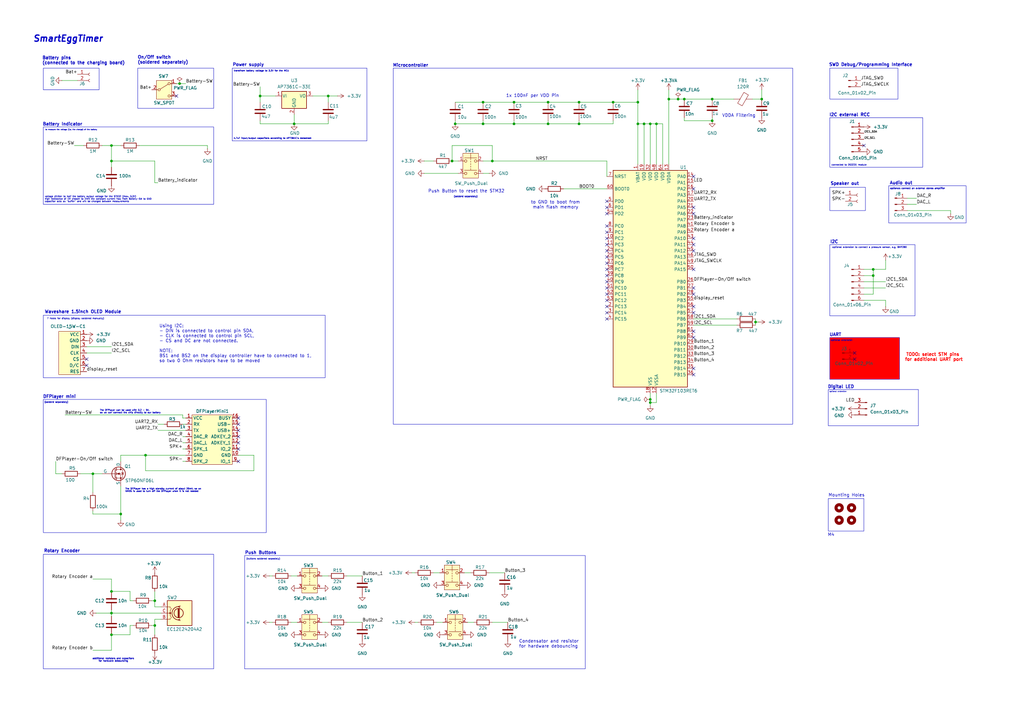
<source format=kicad_sch>
(kicad_sch (version 20231120) (generator "eeschema") (generator_version "8.0")
  (paper "A3")
  (title_block (title "SmartEggTimer") (date "2024-08-09") (rev "v1") (comment 1 "For ESHO_1"))
  (junction (at 201.93 66.04))
  (junction (at 186.69 50.8))
  (junction (at 210.82 50.8))
  (junction (at 266.7 50.8))
  (junction (at 278.13 40.64))
  (junction (at 63.5 256.54))
  (junction (at 63.5 246.38))
  (junction (at 292.1 49.53))
  (junction (at 269.24 50.8))
  (junction (at 45.72 251.46))
  (junction (at 312.42 40.64))
  (junction (at 358.14 110.49))
  (junction (at 224.79 50.8))
  (junction (at 261.62 41.91))
  (junction (at 358.14 113.03))
  (junction (at 237.49 50.8))
  (junction (at 134.62 39.37))
  (junction (at 120.65 50.8))
  (junction (at 261.62 50.8))
  (junction (at 73.66 34.29))
  (junction (at 45.72 59.69))
  (junction (at 237.49 41.91))
  (junction (at 280.67 40.64))
  (junction (at 38.1 194.31))
  (junction (at 309.88 132.08))
  (junction (at 45.72 260.35))
  (junction (at 198.12 50.8))
  (junction (at 185.42 66.04))
  (junction (at 45.72 242.57))
  (junction (at 106.68 39.37))
  (junction (at 45.72 66.04))
  (junction (at 266.7 163.83))
  (junction (at 49.53 210.82))
  (junction (at 251.46 41.91))
  (junction (at 59.69 186.69))
  (junction (at 292.1 40.64))
  (junction (at 266.7 165.1))
  (junction (at 264.16 50.8))
  (junction (at 274.32 40.64))
  (junction (at 198.12 41.91))
  (junction (at 210.82 41.91))
  (junction (at 224.79 41.91))
  (no_connect (at 248.92 107.95))
  (no_connect (at 248.92 95.25))
  (no_connect (at 97.79 184.15))
  (no_connect (at 350.52 144.78))
  (no_connect (at 248.92 118.11))
  (no_connect (at 97.79 181.61))
  (no_connect (at 248.92 115.57))
  (no_connect (at 35.56 147.32))
  (no_connect (at 97.79 171.45))
  (no_connect (at 284.48 153.67))
  (no_connect (at 248.92 85.09))
  (no_connect (at 284.48 102.87))
  (no_connect (at 97.79 176.53))
  (no_connect (at 248.92 110.49))
  (no_connect (at 97.79 189.23))
  (no_connect (at 248.92 105.41))
  (no_connect (at 248.92 102.87))
  (no_connect (at 248.92 128.27))
  (no_connect (at 284.48 97.79))
  (no_connect (at 248.92 120.65))
  (no_connect (at 97.79 173.99))
  (no_connect (at 35.56 149.86))
  (no_connect (at 284.48 135.89))
  (no_connect (at 284.48 151.13))
  (no_connect (at 284.48 87.63))
  (no_connect (at 248.92 123.19))
  (no_connect (at 284.48 128.27))
  (no_connect (at 354.33 59.69))
  (no_connect (at 284.48 72.39))
  (no_connect (at 284.48 100.33))
  (no_connect (at 248.92 87.63))
  (no_connect (at 350.52 147.32))
  (no_connect (at 248.92 130.81))
  (no_connect (at 72.39 39.37))
  (no_connect (at 284.48 77.47))
  (no_connect (at 284.48 85.09))
  (no_connect (at 284.48 138.43))
  (no_connect (at 248.92 82.55))
  (no_connect (at 248.92 113.03))
  (no_connect (at 248.92 92.71))
  (no_connect (at 248.92 97.79))
  (no_connect (at 284.48 118.11))
  (no_connect (at 97.79 179.07))
  (no_connect (at 248.92 125.73))
  (no_connect (at 284.48 110.49))
  (no_connect (at 248.92 100.33))
  (no_connect (at 284.48 125.73))
  (no_connect (at 284.48 120.65))
  (wire (pts (xy 63.5 246.38) (xy 63.5 248.92)))
  (wire (pts (xy 261.62 50.8) (xy 261.62 67.31)))
  (wire (pts (xy 59.69 193.04) (xy 59.69 186.69)))
  (wire (pts (xy 186.69 50.8) (xy 198.12 50.8)))
  (wire (pts (xy 132.08 236.22) (xy 134.62 236.22)))
  (wire (pts (xy 22.86 189.23) (xy 22.86 194.31)))
  (wire (pts (xy 49.53 189.23) (xy 49.53 186.69)))
  (wire (pts (xy 53.34 256.54) (xy 53.34 260.35)))
  (wire (pts (xy 41.91 59.69) (xy 45.72 59.69)))
  (wire (pts (xy 106.68 39.37) (xy 113.03 39.37)))
  (wire (pts (xy 168.91 234.95) (xy 170.18 234.95)))
  (wire (pts (xy 63.5 74.93) (xy 64.77 74.93)))
  (wire (pts (xy 173.99 66.04) (xy 177.8 66.04)))
  (wire (pts (xy 45.72 66.04) (xy 63.5 66.04)))
  (wire (pts (xy 389.89 86.36) (xy 389.89 87.63)))
  (wire (pts (xy 269.24 165.1) (xy 266.7 165.1)))
  (wire (pts (xy 53.34 242.57) (xy 45.72 242.57)))
  (wire (pts (xy 210.82 41.91) (xy 224.79 41.91)))
  (wire (pts (xy 186.69 49.53) (xy 186.69 50.8)))
  (wire (pts (xy 264.16 50.8) (xy 266.7 50.8)))
  (wire (pts (xy 271.78 50.8) (xy 271.78 67.31)))
  (wire (pts (xy 210.82 50.8) (xy 198.12 50.8)))
  (wire (pts (xy 45.72 251.46) (xy 66.04 251.46)))
  (wire (pts (xy 63.5 256.54) (xy 63.5 260.35)))
  (wire (pts (xy 266.7 50.8) (xy 269.24 50.8)))
  (wire (pts (xy 132.08 255.27) (xy 134.62 255.27)))
  (wire (pts (xy 201.93 66.04) (xy 248.92 66.04)))
  (wire (pts (xy 53.34 246.38) (xy 53.34 242.57)))
  (wire (pts (xy 119.38 255.27) (xy 121.92 255.27)))
  (wire (pts (xy 104.14 193.04) (xy 59.69 193.04)))
  (wire (pts (xy 372.11 81.28) (xy 375.92 81.28)))
  (wire (pts (xy 110.49 236.22) (xy 111.76 236.22)))
  (wire (pts (xy 309.88 130.81) (xy 309.88 132.08)))
  (wire (pts (xy 53.34 246.38) (xy 54.61 246.38)))
  (wire (pts (xy 85.09 59.69) (xy 85.09 60.96)))
  (wire (pts (xy 191.77 255.27) (xy 194.31 255.27)))
  (wire (pts (xy 261.62 41.91) (xy 261.62 50.8)))
  (wire (pts (xy 358.14 113.03) (xy 354.33 113.03)))
  (wire (pts (xy 354.33 118.11) (xy 363.22 118.11)))
  (wire (pts (xy 104.14 186.69) (xy 104.14 193.04)))
  (wire (pts (xy 198.12 66.04) (xy 201.93 66.04)))
  (wire (pts (xy 177.8 234.95) (xy 180.34 234.95)))
  (wire (pts (xy 280.67 48.26) (xy 280.67 49.53)))
  (wire (pts (xy 33.02 194.31) (xy 38.1 194.31)))
  (wire (pts (xy 59.69 186.69) (xy 76.2 186.69)))
  (wire (pts (xy 224.79 50.8) (xy 210.82 50.8)))
  (wire (pts (xy 63.5 256.54) (xy 63.5 254)))
  (wire (pts (xy 237.49 41.91) (xy 251.46 41.91)))
  (wire (pts (xy 142.24 236.22) (xy 148.59 236.22)))
  (wire (pts (xy 354.33 115.57) (xy 363.22 115.57)))
  (wire (pts (xy 119.38 236.22) (xy 121.92 236.22)))
  (wire (pts (xy 358.14 113.03) (xy 358.14 120.65)))
  (wire (pts (xy 35.56 142.24) (xy 45.72 142.24)))
  (wire (pts (xy 358.14 110.49) (xy 358.14 113.03)))
  (wire (pts (xy 201.93 66.04) (xy 201.93 59.69)))
  (wire (pts (xy 49.53 210.82) (xy 49.53 213.36)))
  (wire (pts (xy 120.65 46.99) (xy 120.65 50.8)))
  (wire (pts (xy 64.77 176.53) (xy 76.2 176.53)))
  (wire (pts (xy 284.48 133.35) (xy 302.26 133.35)))
  (wire (pts (xy 74.93 181.61) (xy 76.2 181.61)))
  (wire (pts (xy 62.23 256.54) (xy 63.5 256.54)))
  (wire (pts (xy 106.68 49.53) (xy 106.68 50.8)))
  (wire (pts (xy 274.32 36.83) (xy 274.32 40.64)))
  (wire (pts (xy 45.72 66.04) (xy 45.72 68.58)))
  (wire (pts (xy 274.32 40.64) (xy 278.13 40.64)))
  (wire (pts (xy 45.72 266.7) (xy 45.72 260.35)))
  (wire (pts (xy 224.79 49.53) (xy 224.79 50.8)))
  (wire (pts (xy 309.88 132.08) (xy 309.88 133.35)))
  (wire (pts (xy 170.18 255.27) (xy 171.45 255.27)))
  (wire (pts (xy 38.1 209.55) (xy 38.1 210.82)))
  (wire (pts (xy 49.53 210.82) (xy 49.53 199.39)))
  (wire (pts (xy 128.27 39.37) (xy 134.62 39.37)))
  (wire (pts (xy 190.5 234.95) (xy 193.04 234.95)))
  (wire (pts (xy 354.33 123.19) (xy 363.22 123.19)))
  (wire (pts (xy 269.24 50.8) (xy 269.24 67.31)))
  (wire (pts (xy 278.13 40.64) (xy 280.67 40.64)))
  (wire (pts (xy 142.24 255.27) (xy 148.59 255.27)))
  (wire (pts (xy 45.72 237.49) (xy 45.72 242.57)))
  (wire (pts (xy 106.68 35.56) (xy 106.68 39.37)))
  (wire (pts (xy 76.2 171.45) (xy 74.93 171.45)))
  (wire (pts (xy 76.2 189.23) (xy 74.93 189.23)))
  (wire (pts (xy 106.68 39.37) (xy 106.68 41.91)))
  (wire (pts (xy 74.93 171.45) (xy 74.93 170.18)))
  (wire (pts (xy 269.24 161.29) (xy 269.24 165.1)))
  (wire (pts (xy 309.88 132.08) (xy 311.15 132.08)))
  (wire (pts (xy 179.07 255.27) (xy 181.61 255.27)))
  (wire (pts (xy 266.7 163.83) (xy 266.7 165.1)))
  (wire (pts (xy 198.12 50.8) (xy 198.12 49.53)))
  (wire (pts (xy 261.62 50.8) (xy 264.16 50.8)))
  (wire (pts (xy 22.86 194.31) (xy 25.4 194.31)))
  (wire (pts (xy 38.1 237.49) (xy 45.72 237.49)))
  (wire (pts (xy 49.53 186.69) (xy 59.69 186.69)))
  (wire (pts (xy 198.12 41.91) (xy 210.82 41.91)))
  (wire (pts (xy 134.62 50.8) (xy 134.62 49.53)))
  (wire (pts (xy 284.48 130.81) (xy 302.26 130.81)))
  (wire (pts (xy 73.66 34.29) (xy 76.2 34.29)))
  (wire (pts (xy 38.1 194.31) (xy 41.91 194.31)))
  (wire (pts (xy 45.72 251.46) (xy 45.72 252.73)))
  (wire (pts (xy 201.93 255.27) (xy 208.28 255.27)))
  (wire (pts (xy 358.14 110.49) (xy 354.33 110.49)))
  (wire (pts (xy 76.2 184.15) (xy 74.93 184.15)))
  (wire (pts (xy 274.32 40.64) (xy 274.32 67.31)))
  (wire (pts (xy 26.67 170.18) (xy 74.93 170.18)))
  (wire (pts (xy 266.7 165.1) (xy 266.7 166.37)))
  (wire (pts (xy 185.42 66.04) (xy 187.96 66.04)))
  (wire (pts (xy 39.37 251.46) (xy 45.72 251.46)))
  (wire (pts (xy 63.5 248.92) (xy 66.04 248.92)))
  (wire (pts (xy 45.72 260.35) (xy 53.34 260.35)))
  (wire (pts (xy 292.1 48.26) (xy 292.1 49.53)))
  (wire (pts (xy 64.77 173.99) (xy 67.31 173.99)))
  (wire (pts (xy 25.4 33.02) (xy 31.75 33.02)))
  (wire (pts (xy 308.61 40.64) (xy 312.42 40.64)))
  (wire (pts (xy 38.1 266.7) (xy 45.72 266.7)))
  (wire (pts (xy 248.92 66.04) (xy 248.92 72.39)))
  (wire (pts (xy 63.5 246.38) (xy 63.5 242.57)))
  (wire (pts (xy 266.7 50.8) (xy 266.7 67.31)))
  (wire (pts (xy 292.1 40.64) (xy 300.99 40.64)))
  (wire (pts (xy 74.93 179.07) (xy 76.2 179.07)))
  (wire (pts (xy 261.62 36.83) (xy 261.62 41.91)))
  (wire (pts (xy 363.22 110.49) (xy 358.14 110.49)))
  (wire (pts (xy 72.39 34.29) (xy 73.66 34.29)))
  (wire (pts (xy 185.42 59.69) (xy 185.42 66.04)))
  (wire (pts (xy 266.7 161.29) (xy 266.7 163.83)))
  (wire (pts (xy 134.62 39.37) (xy 134.62 41.91)))
  (wire (pts (xy 237.49 50.8) (xy 224.79 50.8)))
  (wire (pts (xy 210.82 49.53) (xy 210.82 50.8)))
  (wire (pts (xy 251.46 41.91) (xy 261.62 41.91)))
  (wire (pts (xy 231.14 77.47) (xy 248.92 77.47)))
  (wire (pts (xy 38.1 210.82) (xy 49.53 210.82)))
  (wire (pts (xy 264.16 50.8) (xy 264.16 67.31)))
  (wire (pts (xy 35.56 144.78) (xy 45.72 144.78)))
  (wire (pts (xy 372.11 83.82) (xy 375.92 83.82)))
  (wire (pts (xy 110.49 255.27) (xy 111.76 255.27)))
  (wire (pts (xy 363.22 106.68) (xy 363.22 110.49)))
  (wire (pts (xy 280.67 40.64) (xy 292.1 40.64)))
  (wire (pts (xy 30.48 59.69) (xy 34.29 59.69)))
  (wire (pts (xy 251.46 50.8) (xy 237.49 50.8)))
  (wire (pts (xy 45.72 59.69) (xy 49.53 59.69)))
  (wire (pts (xy 186.69 41.91) (xy 198.12 41.91)))
  (wire (pts (xy 251.46 49.53) (xy 251.46 50.8)))
  (wire (pts (xy 198.12 71.12) (xy 200.66 71.12)))
  (wire (pts (xy 280.67 49.53) (xy 292.1 49.53)))
  (wire (pts (xy 54.61 256.54) (xy 53.34 256.54)))
  (wire (pts (xy 363.22 123.19) (xy 363.22 125.73)))
  (wire (pts (xy 237.49 49.53) (xy 237.49 50.8)))
  (wire (pts (xy 63.5 246.38) (xy 62.23 246.38)))
  (wire (pts (xy 45.72 59.69) (xy 45.72 66.04)))
  (wire (pts (xy 38.1 194.31) (xy 38.1 201.93)))
  (wire (pts (xy 63.5 254) (xy 66.04 254)))
  (wire (pts (xy 45.72 250.19) (xy 45.72 251.46)))
  (wire (pts (xy 173.99 71.12) (xy 187.96 71.12)))
  (wire (pts (xy 76.2 173.99) (xy 74.93 173.99)))
  (wire (pts (xy 97.79 186.69) (xy 104.14 186.69)))
  (wire (pts (xy 200.66 234.95) (xy 207.01 234.95)))
  (wire (pts (xy 372.11 86.36) (xy 389.89 86.36)))
  (wire (pts (xy 358.14 120.65) (xy 354.33 120.65)))
  (wire (pts (xy 134.62 39.37) (xy 138.43 39.37)))
  (wire (pts (xy 57.15 59.69) (xy 85.09 59.69)))
  (wire (pts (xy 269.24 50.8) (xy 271.78 50.8)))
  (wire (pts (xy 312.42 36.83) (xy 312.42 40.64)))
  (wire (pts (xy 106.68 50.8) (xy 120.65 50.8)))
  (wire (pts (xy 120.65 50.8) (xy 134.62 50.8)))
  (wire (pts (xy 63.5 66.04) (xy 63.5 74.93)))
  (wire (pts (xy 201.93 59.69) (xy 185.42 59.69)))
  (wire (pts (xy 224.79 41.91) (xy 237.49 41.91)))
  (rectangle (start 340.36 138.43) (end 368.935 155.575) (fill (type color) (color 255 0 0 1)))
  (rectangle (start 161.29 27.94) (end 325.12 173.99))
  (rectangle (start 340.36 76.835) (end 354.965 86.36))
  (rectangle (start 364.49 76.2) (end 396.24 91.44))
  (rectangle (start 340.36 100.33) (end 375.285 129.54))
  (rectangle (start 17.78 163.83) (end 109.22 218.44))
  (rectangle (start 17.78 129.286) (end 133.35 154.94))
  (rectangle (start 95.25 27.94) (end 150.495 57.785))
  (rectangle (start 17.78 27.94) (end 40.64 36.83))
  (rectangle (start 17.78 52.07) (end 87.63 83.82))
  (rectangle (start 340.36 48.26) (end 378.46 68.58))
  (rectangle (start 100.33 227.838) (end 240.03 274.32))
  (rectangle (start 56.515 27.94) (end 87.63 44.45))
  (rectangle (start 339.725 204.47) (end 354.33 217.805))
  (rectangle (start 340.36 27.94) (end 368.3 40.64))
  (rectangle (start 17.78 227.33) (end 87.63 274.32))
  (rectangle (start 339.725 159.766) (end 376.682 174.625))
  (text "to measure the voltage (i.e. the charge) of the battery" (at 29.21 53.34 0) (effects (font (size 0.5 0.5))))
  (text "1x 100nF per VDD Pin" (at 218.44 39.37 0) (effects (font (size 1.27 1.27))))
  (text "Rotary Encoder" (at 25.4 226.06 0) (effects (font (size 1.27 1.27) (thickness 0.254) (bold yes))))
  (text "Speaker out" (at 346.456 75.438 0) (effects (font (size 1.27 1.27) (thickness 0.254) (bold yes))))
  (text "M4" (at 340.868 219.456 0) (effects (font (size 1.27 1.27))))
  (text "Waveshare 1.5inch OLED Module" (at 34.036 128.016 0) (effects (font (size 1.27 1.27) (thickness 0.254) (bold yes))))
  (text "Mounting Holes" (at 347.218 203.2 0) (effects (font (size 1.27 1.27))))
  (text "optional extension" (at 343.662 160.782 0) (effects (font (size 0.5 0.5) (thickness 0.1) (bold yes))))
  (text "UART" (at 342.646 137.414 0) (effects (font (size 1.27 1.27) (thickness 0.254) (bold yes))))
  (text "transfrom battery voltage to 3.3V for the MCU" (at 107.188 29.21 0) (effects (font (size 0.635 0.635))))
  (text "(solderd separately)" (at 191.008 80.772 0) (effects (font (size 0.635 0.635))))
  (text "Microcontroller" (at 168.402 26.924 0) (effects (font (size 1.27 1.27) (bold yes))))
  (text "optional extension" (at 345.186 139.7 0) (effects (font (size 0.635 0.635) (thickness 0.127) (bold yes))))
  (text "voltage divider to half the battery output voltage for the STM32 (max. 3.3V)\nhigh resistance of 1M chosen to limit the constant current flow from Battery-SW to GND\ncapacitor acts as \"buffer\" and will be charged between measurements" (at 18.288 81.788 0) (effects (font (size 0.635 0.635) (thickness 0.127) (bold yes)) (justify left)))
  (text "optional: connect an external stereo amplifier" (at 364.998 77.47 0) (effects (font (size 0.635 0.635)) (justify left)))
  (text "4.7uF input/output capacitors according to AP7361C's datasheet" (at 111.76 56.896 0) (effects (font (size 0.635 0.635))))
  (text "I2C" (at 342.138 99.314 0) (effects (font (size 1.27 1.27) (thickness 0.254) (bold yes))))
  (text "Power supply" (at 101.854 26.67 0) (effects (font (size 1.27 1.27) (thickness 0.254) (bold yes))))
  (text "(buttons soldered sepeately)" (at 107.95 229.362 0) (effects (font (size 0.635 0.635) (thickness 0.127) (bold yes))))
  (text "Condensator and resistor\nfor hardware debouncing" (at 212.852 264.16 0) (effects (font (size 1.27 1.27)) (justify left)))
  (text "Battery pins\n(connected to the charging board)" (at 17.272 24.892 0) (effects (font (size 1.27 1.27) (thickness 0.254) (bold yes)) (justify left)))
  (text "(solderd separately)" (at 23.114 165.1 0) (effects (font (size 0.635 0.635))))
  (text "to GND to boot from\nmain flash memory" (at 227.838 84.074 0) (effects (font (size 1.27 1.27))))
  (text "connected to DS3231 module" (at 348.234 67.818 0) (effects (font (size 0.635 0.635) (thickness 0.127) (bold yes))))
  (text "TODO: select STM pins \nfor additional UART port" (at 383.032 146.558 0) (effects (font (size 1.27 1.27) (thickness 0.254) (bold yes))))
  (text "Push Buttons" (at 106.934 226.822 0) (effects (font (size 1.27 1.27) (thickness 0.254) (bold yes))))
  (text "I2C external RCC" (at 348.488 47.244 0) (effects (font (size 1.27 1.27) (thickness 0.254) (bold yes))))
  (text "SmartEggTimer" (at 27.94 16.002 0) (effects (font (size 2.54 2.54) (thickness 0.508) (bold yes) (italic yes))))
  (text "DFPlayer mini" (at 24.384 162.814 0) (effects (font (size 1.27 1.27) (thickness 0.254) (bold yes))))
  (text "additional resistors and capacitors\nfor hardware debouncing" (at 46.482 270.764 0) (effects (font (size 0.635 0.635))))
  (text "SWD Debug/Programming Interface" (at 357.124 26.67 0) (effects (font (size 1.27 1.27) (thickness 0.254) (bold yes))))
  (text "The DFPlayer can be used with 3,2 - 5V,\nso we can connect the chip directly to our battery" (at 40.894 168.91 0) (effects (font (size 0.635 0.635)) (justify left)))
  (text "On/Off switch\n(soldered separately)" (at 56.388 24.638 0) (effects (font (size 1.27 1.27) (thickness 0.254) (bold yes)) (justify left)))
  (text "Push Button to reset the STM32" (at 191.262 78.486 0) (effects (font (size 1.27 1.27))))
  (text "Audio out" (at 369.57 75.184 0) (effects (font (size 1.27 1.27) (thickness 0.254) (bold yes))))
  (text "VDDA Filtering" (at 303.022 47.498 0) (effects (font (size 1.27 1.27))))
  (text "The DFPlayer has a high standby current of about 20mA, so an\nNMOS is used to turn off the DFPlayer when it is not needed" (at 51.308 201.168 0) (effects (font (size 0.635 0.635)) (justify left)))
  (text "Battery Indicator" (at 25.654 51.054 0) (effects (font (size 1.27 1.27) (thickness 0.254) (bold yes))))
  (text "Using I2C: \n- DIN is connected to control pin SDA,\n- CLK is connected to control pin SCL,\n- CS and DC are not connected.\n\nNOTE:\nBS1 and BS2 on the display controller have to connected to 1, \nso two 0 Ohm resistors have to be moved" (at 65.278 140.97 0) (effects (font (size 1.27 1.27)) (justify left)))
  (text "7 Holes for display (display soldered manually)" (at 30.988 130.81 0) (effects (font (size 0.635 0.635) (thickness 0.127) (bold yes))))
  (text "Digital LED" (at 344.932 158.75 0) (effects (font (size 1.27 1.27) (thickness 0.254) (bold yes))))
  (text "optional extension to connect a pressure sensor, e.g. BMP280" (at 356.616 101.6 0) (effects (font (size 0.635 0.635) (thickness 0.127) (bold yes))))
  (label "I2C_SCL" (at 354.33 57.15 0) (effects (font (size 0.762 0.762))))
  (label "DAC_L" (at 74.93 181.61 180))
  (label "Rotary Encoder a" (at 284.48 95.25 0))
  (label "JTAG_SWCLK" (at 353.06 35.56 0))
  (label "JTAG_SWD" (at 353.06 33.02 0))
  (label "Button_4" (at 284.48 148.59 0))
  (label "Button_3" (at 284.48 146.05 0))
  (label "DAC_L" (at 375.92 83.82 0))
  (label "Battery-SW" (at 30.48 59.69 180))
  (label "Button_2" (at 284.48 143.51 0))
  (label "SPK+" (at 346.71 80.01 180))
  (label "I2C1_SDA" (at 45.72 142.24 0))
  (label "DAC_R" (at 375.92 81.28 0))
  (label "Bat+" (at 62.23 36.83 180))
  (label "Button_4" (at 208.28 255.27 0))
  (label "display_reset" (at 35.56 152.4 0))
  (label "I2C1_SDA" (at 363.22 115.57 0))
  (label "Button_2" (at 148.59 255.27 0))
  (label "Rotary Encoder a" (at 38.1 237.49 180))
  (label "UART2_RX" (at 64.77 173.99 180))
  (label "I2C1_SDA" (at 354.33 54.61 0) (effects (font (size 0.762 0.762))))
  (label "DFPlayer-On{slash}Off switch" (at 284.48 115.57 0))
  (label "Button_1" (at 148.59 236.22 0))
  (label "I2C_SCL" (at 363.22 118.11 0))
  (label "display_reset" (at 284.48 123.19 0))
  (label "LED" (at 350.52 165.1 180))
  (label "BOOT0" (at 237.49 77.47 0))
  (label "UART2_TX" (at 284.48 82.55 0))
  (label "JTAG_SWD" (at 284.48 105.41 0))
  (label "JTAG_SWCLK" (at 284.48 107.95 0))
  (label "DAC_R" (at 74.93 179.07 180))
  (label "DFPlayer-On{slash}Off switch" (at 22.86 189.23 0))
  (label "Rotary Encoder b" (at 38.1 266.7 180))
  (label "I2C_SCL" (at 284.48 133.35 0))
  (label "Bat+" (at 31.75 30.48 180))
  (label "SPK-" (at 346.71 82.55 180))
  (label "SPK+" (at 74.93 184.15 180))
  (label "I2C1_SDA" (at 284.48 130.81 0))
  (label "UART2_RX" (at 284.48 80.01 0))
  (label "Button_3" (at 207.01 234.95 0))
  (label "Battery_indicator" (at 64.77 74.93 0))
  (label "Battery-SW" (at 106.68 35.56 180))
  (label "Battery-SW" (at 76.2 34.29 0))
  (label "UART2_TX" (at 64.77 176.53 180))
  (label "I2C_SCL" (at 45.72 144.78 0))
  (label "Battery_indicator" (at 284.48 90.17 0))
  (label "LED" (at 284.48 74.93 0))
  (label "Button_1" (at 284.48 140.97 0))
  (label "SPK-" (at 74.93 189.23 180))
  (label "Battery-SW" (at 26.67 170.18 0))
  (label "Rotary Encoder b" (at 284.48 92.71 0))
  (label "NRST" (at 219.71 66.04 0))
  (symbol (lib_id "Device:R") (at 138.43 236.22 270) (unit 1)
    (property "Reference" "R15" (at 138.43 233.934 90))
    (property "Value" "22k" (at 138.43 238.506 90))
    (property "Footprint" "Resistor_SMD:R_0402_1005Metric" (effects (hide yes)))
    (property "Description" "Resistor" (effects (hide yes)))
  )
  (symbol (lib_id "power:GND") (at 45.72 76.2 0) (unit 1)
    (property "Reference" "#PWR046" (effects (hide yes)))
    (property "Value" "GND" (at 41.656 78.232 0))
    (property "Description" "Power symbol creates a global label with name \"GND\" , ground" (effects (hide yes)))
  )
  (symbol (lib_id "power:+3.3V") (at 63.5 234.95 0) (mirror y) (unit 1)
    (property "Reference" "#PWR042" (effects (hide yes)))
    (property "Value" "+3.3V" (at 66.04 231.14 0) (effects (justify left)))
    (property "Description" "Power symbol creates a global label with name \"+3.3V\"" (effects (hide yes)))
  )
  (symbol (lib_id "power:+3.3V") (at 110.49 255.27 90) (unit 1)
    (property "Reference" "#PWR021" (effects (hide yes)))
    (property "Value" "+3.3V" (at 106.68 255.2699 90) (effects (justify left)))
    (property "Description" "Power symbol creates a global label with name \"+3.3V\"" (effects (hide yes)))
  )
  (symbol (lib_id "Connector:Conn_01x02_Pin") (at 347.98 33.02 0) (unit 1)
    (property "Reference" "J2" (at 346.71 30.988 0))
    (property "Value" "Conn_01x02_Pin" (at 351.536 38.1 0))
    (property "Footprint" "Connector_PinHeader_2.54mm:PinHeader_1x02_P2.54mm_Vertical" (effects (hide yes)))
    (property "Description" "Generic connector, single row, 01x02, script generated" (effects (hide yes)))
  )
  (symbol (lib_id "power:GND") (at 49.53 213.36 0) (unit 1)
    (property "Reference" "#PWR033" (effects (hide yes)))
    (property "Value" "GND" (at 53.34 215.138 0))
    (property "Description" "Power symbol creates a global label with name \"GND\" , ground" (effects (hide yes)))
  )
  (symbol (lib_id "Device:R") (at 63.5 238.76 0) (mirror y) (unit 1)
    (property "Reference" "R8" (at 60.706 236.982 0))
    (property "Value" "10k" (at 67.056 240.538 0))
    (property "Footprint" "Resistor_SMD:R_0402_1005Metric" (effects (hide yes)))
    (property "Description" "Resistor" (effects (hide yes)))
  )
  (symbol (lib_id "Device:C") (at 148.59 259.08 0) (unit 1)
    (property "Reference" "C17" (at 149.606 257.048 0) (effects (justify left)))
    (property "Value" "1u" (at 149.098 261.366 0) (effects (justify left)))
    (property "Footprint" "Capacitor_SMD:C_0603_1608Metric" (effects (hide yes)))
    (property "Description" "Unpolarized capacitor" (effects (hide yes)))
  )
  (symbol (lib_id "power:+3.3V") (at 170.18 255.27 90) (unit 1)
    (property "Reference" "#PWR028" (effects (hide yes)))
    (property "Value" "+3.3V" (at 166.37 255.2699 90) (effects (justify left)))
    (property "Description" "Power symbol creates a global label with name \"+3.3V\"" (effects (hide yes)))
  )
  (symbol (lib_id "power:GND") (at 121.92 241.3 270) (unit 1)
    (property "Reference" "#PWR019" (effects (hide yes)))
    (property "Value" "GND" (at 118.11 241.2999 90) (effects (justify right)))
    (property "Description" "Power symbol creates a global label with name \"GND\" , ground" (effects (hide yes)))
  )
  (symbol (lib_id "Device:R") (at 71.12 173.99 270) (unit 1)
    (property "Reference" "R3" (at 70.612 171.958 90))
    (property "Value" "1k" (at 74.93 175.006 90))
    (property "Footprint" "Resistor_SMD:R_0402_1005Metric" (effects (hide yes)))
    (property "Description" "Resistor" (effects (hide yes)))
  )
  (symbol (lib_id "Connector:Conn_01x03_Pin") (at 355.6 167.64 180) (unit 1)
    (property "Reference" "J7" (at 356.87 166.3699 0) (effects (justify right)))
    (property "Value" "Conn_01x03_Pin" (at 356.87 168.9099 0) (effects (justify right)))
    (property "Footprint" "Connector_PinHeader_2.54mm:PinHeader_1x03_P2.54mm_Vertical" (effects (hide yes)))
    (property "Description" "Generic connector, single row, 01x03, script generated" (effects (hide yes)))
  )
  (symbol (lib_id "Device:R") (at 138.43 255.27 270) (unit 1)
    (property "Reference" "R19" (at 138.43 252.984 90))
    (property "Value" "22k" (at 138.43 257.556 90))
    (property "Footprint" "Resistor_SMD:R_0402_1005Metric" (effects (hide yes)))
    (property "Description" "Resistor" (effects (hide yes)))
  )
  (symbol (lib_id "Switch:SW_Push_Dual") (at 185.42 237.49 0) (unit 1)
    (property "Reference" "SW4" (at 184.912 230.632 0))
    (property "Value" "SW_Push_Dual" (at 185.674 244.094 0))
    (property "Footprint" "Button_Switch_THT:SW_PUSH_6mm_H13mm" (effects (hide yes)))
    (property "Description" "Push button switch, generic, symbol, four pins" (effects (hide yes)))
  )
  (symbol (lib_id "power:GND") (at 208.28 262.89 0) (unit 1)
    (property "Reference" "#PWR039" (effects (hide yes)))
    (property "Value" "GND" (at 208.28 267.97 0))
    (property "Description" "Power symbol creates a global label with name \"GND\" , ground" (effects (hide yes)))
  )
  (symbol (lib_id "power:GND") (at 173.99 71.12 270) (unit 1)
    (property "Reference" "#PWR09" (effects (hide yes)))
    (property "Value" "GND" (at 170.18 71.1199 90) (effects (justify right)))
    (property "Description" "Power symbol creates a global label with name \"GND\" , ground" (effects (hide yes)))
  )
  (symbol (lib_id "Device:C") (at 292.1 44.45 0) (unit 1)
    (property "Reference" "C8" (at 292.354 42.418 0) (effects (justify left)))
    (property "Value" "1u" (at 292.1 46.482 0) (effects (justify left)))
    (property "Footprint" "Capacitor_SMD:C_0603_1608Metric" (effects (hide yes)))
    (property "Description" "Unpolarized capacitor" (effects (hide yes)))
  )
  (symbol (lib_id "power:GND") (at 25.4 33.02 270) (unit 1)
    (property "Reference" "#PWR012" (effects (hide yes)))
    (property "Value" "GND" (at 21.59 33.274 0))
    (property "Description" "Power symbol creates a global label with name \"GND\" , ground" (effects (hide yes)))
  )
  (symbol (lib_id "power:+3.3V") (at 138.43 39.37 270) (unit 1)
    (property "Reference" "#PWR014" (effects (hide yes)))
    (property "Value" "+3.3V" (at 142.24 39.3699 90) (effects (justify left)))
    (property "Description" "Power symbol creates a global label with name \"+3.3V\"" (effects (hide yes)))
  )
  (symbol (lib_id "power:GND") (at 148.59 262.89 0) (unit 1)
    (property "Reference" "#PWR037" (effects (hide yes)))
    (property "Value" "GND" (at 148.59 267.97 0))
    (property "Description" "Power symbol creates a global label with name \"GND\" , ground" (effects (hide yes)))
  )
  (symbol (lib_id "power:+3.3V") (at 311.15 132.08 270) (unit 1)
    (property "Reference" "#PWR040" (effects (hide yes)))
    (property "Value" "+3.3V" (at 314.96 132.0799 90) (effects (justify left)))
    (property "Description" "Power symbol creates a global label with name \"+3.3V\"" (effects (hide yes)))
  )
  (symbol (lib_id "power:+3.3V") (at 350.52 167.64 90) (unit 1)
    (property "Reference" "#PWR045" (effects (hide yes)))
    (property "Value" "+3.3V" (at 346.71 167.64 90) (effects (justify left)))
    (property "Description" "Power symbol creates a global label with name \"+3.3V\"" (effects (hide yes)))
  )
  (symbol (lib_id "Device:R") (at 38.1 59.69 270) (unit 1)
    (property "Reference" "R12" (at 38.1 57.404 90))
    (property "Value" "1M" (at 38.1 61.976 90))
    (property "Footprint" "Resistor_SMD:R_0402_1005Metric" (effects (hide yes)))
    (property "Description" "Resistor" (effects (hide yes)))
  )
  (symbol (lib_id "power:GND") (at 132.08 241.3 90) (unit 1)
    (property "Reference" "#PWR018" (effects (hide yes)))
    (property "Value" "GND" (at 135.89 241.2999 90) (effects (justify right)))
    (property "Description" "Power symbol creates a global label with name \"GND\" , ground" (effects (hide yes)))
  )
  (symbol (lib_id "custom-parts:OLED-15W-C") (at 27.94 143.51 0) (unit 1)
    (property "Reference" "OLED-15W-C1" (at 27.94 133.858 0))
    (property "Value" "~" (at 28.575 134.62 0))
    (property "Footprint" "Connector_PinSocket_2.54mm:PinSocket_1x07_P2.54mm_Vertical" (effects (hide yes)))
  )
  (symbol (lib_id "power:+3.3V") (at 261.62 36.83 0) (unit 1)
    (property "Reference" "#PWR01" (effects (hide yes)))
    (property "Value" "+3.3V" (at 261.62 33.02 0))
    (property "Description" "Power symbol creates a global label with name \"+3.3V\"" (effects (hide yes)))
  )
  (symbol (lib_id "Switch:SW_Push_Dual") (at 127 257.81 0) (unit 1)
    (property "Reference" "SW5" (at 126.492 250.952 0))
    (property "Value" "SW_Push_Dual" (at 127.254 264.414 0))
    (property "Footprint" "Button_Switch_THT:SW_PUSH_6mm_H13mm" (effects (hide yes)))
    (property "Description" "Push button switch, generic, symbol, four pins" (effects (hide yes)))
  )
  (symbol (lib_id "power:GND") (at 121.92 260.35 270) (unit 1)
    (property "Reference" "#PWR022" (effects (hide yes)))
    (property "Value" "GND" (at 118.11 260.3499 90) (effects (justify right)))
    (property "Description" "Power symbol creates a global label with name \"GND\" , ground" (effects (hide yes)))
  )
  (symbol (lib_id "power:+3.3VA") (at 274.32 36.83 0) (unit 1)
    (property "Reference" "#PWR02" (effects (hide yes)))
    (property "Value" "+3.3VA" (at 274.32 33.02 0))
    (property "Description" "Power symbol creates a global label with name \"+3.3VA\"" (effects (hide yes)))
  )
  (symbol (lib_id "Device:C") (at 198.12 45.72 0) (unit 1)
    (property "Reference" "C2" (at 198.882 43.688 0) (effects (justify left)))
    (property "Value" "100n" (at 198.628 48.006 0) (effects (justify left)))
    (property "Footprint" "Capacitor_SMD:C_0402_1005Metric" (effects (hide yes)))
    (property "Description" "Unpolarized capacitor" (effects (hide yes)))
  )
  (symbol (lib_id "Connector:Conn_01x02_Socket") (at 351.79 80.01 0) (unit 1)
    (property "Reference" "J5" (at 347.472 83.82 0) (effects (justify left)))
    (property "Value" "Conn_01x02_Socket" (effects (hide yes)))
    (property "Footprint" "Connector_PinHeader_2.54mm:PinHeader_1x02_P2.54mm_Vertical" (effects (hide yes)))
    (property "Description" "Generic connector, single row, 01x02, script generated" (effects (hide yes)))
  )
  (symbol (lib_id "Device:R") (at 58.42 256.54 270) (unit 1)
    (property "Reference" "R10" (at 58.674 254.508 90))
    (property "Value" "10k" (at 58.674 258.572 90))
    (property "Footprint" "Resistor_SMD:R_0402_1005Metric" (effects (hide yes)))
    (property "Description" "Resistor" (effects (hide yes)))
  )
  (symbol (lib_id "Device:C") (at 186.69 45.72 0) (unit 1)
    (property "Reference" "C1" (at 187.706 43.688 0) (effects (justify left)))
    (property "Value" "10u" (at 187.706 48.006 0) (effects (justify left)))
    (property "Footprint" "Capacitor_SMD:C_0603_1608Metric" (effects (hide yes)))
    (property "Description" "Unpolarized capacitor" (effects (hide yes)))
  )
  (symbol (lib_id "Mechanical:MountingHole") (at 344.17 208.28 0) (unit 1) (exclude_from_sim yes) (in_bom no)
    (property "Reference" "H8" (effects (hide yes)))
    (property "Value" "MountingHole" (effects (hide yes)))
    (property "Footprint" "MountingHole:MountingHole_4.3mm_M4_DIN965" (effects (hide yes)))
    (property "Description" "Mounting Hole without connection" (effects (hide yes)))
  )
  (symbol (lib_id "power:GND") (at 132.08 260.35 90) (unit 1)
    (property "Reference" "#PWR027" (effects (hide yes)))
    (property "Value" "GND" (at 135.89 260.3499 90) (effects (justify right)))
    (property "Description" "Power symbol creates a global label with name \"GND\" , ground" (effects (hide yes)))
  )
  (symbol (lib_id "power:GND") (at 148.59 243.84 0) (unit 1)
    (property "Reference" "#PWR032" (effects (hide yes)))
    (property "Value" "GND" (at 148.59 248.92 0))
    (property "Description" "Power symbol creates a global label with name \"GND\" , ground" (effects (hide yes)))
  )
  (symbol (lib_id "power:GND") (at 266.7 166.37 0) (unit 1)
    (property "Reference" "#PWR03" (effects (hide yes)))
    (property "Value" "GND" (at 266.7 171.45 0))
    (property "Description" "Power symbol creates a global label with name \"GND\" , ground" (effects (hide yes)))
  )
  (symbol (lib_id "Regulator_Linear:AP7361C-33E") (at 120.65 39.37 0) (unit 1)
    (property "Reference" "U3" (at 120.65 33.02 0))
    (property "Value" "AP7361C-33E" (at 120.65 35.56 0))
    (property "Footprint" "Package_TO_SOT_SMD:SOT-223-3_TabPin2" (effects (hide yes)))
    (property "Datasheet" "https://www.diodes.com/assets/Datasheets/AP7361C.pdf" (effects (hide yes)))
    (property "Description" "1A Low Dropout regulator, positive, 3.3V fixed output, SOT-223" (effects (hide yes)))
  )
  (symbol (lib_id "MCU_ST_STM32F1:STM32F103RETx") (at 266.7 115.57 0) (unit 1)
    (property "Reference" "U1" (at 278.892 68.58 0) (effects (justify left)))
    (property "Value" "STM32F103RET6" (at 270.51 160.274 0) (effects (justify left)))
    (property "Footprint" "Package_QFP:LQFP-64_10x10mm_P0.5mm" (effects (hide yes)))
    (property "Datasheet" "https://www.st.com/resource/en/datasheet/stm32f103re.pdf" (effects (hide yes)))
    (property "Description" "STMicroelectronics Arm Cortex-M3 MCU, 512KB flash, 64KB RAM, 72 MHz, 2.0-3.6V, 51 GPIO, LQFP64" (effects (hide yes)))
  )
  (symbol (lib_id "Switch:SW_Push_Dual") (at 127 238.76 0) (unit 1)
    (property "Reference" "SW3" (at 126.492 231.902 0))
    (property "Value" "SW_Push_Dual" (at 127.254 245.364 0))
    (property "Footprint" "Button_Switch_THT:SW_PUSH_6mm_H13mm" (effects (hide yes)))
    (property "Description" "Push button switch, generic, symbol, four pins" (effects (hide yes)))
  )
  (symbol (lib_id "Device:R") (at 306.07 133.35 90) (unit 1)
    (property "Reference" "R7" (at 303.276 135.636 90))
    (property "Value" "4k7" (at 308.864 135.636 90))
    (property "Footprint" "Resistor_SMD:R_0402_1005Metric" (effects (hide yes)))
    (property "Description" "Resistor" (effects (hide yes)))
  )
  (symbol (lib_id "Connector:Conn_01x05_Pin") (at 349.25 57.15 0) (unit 1)
    (property "Reference" "J1" (at 349.504 49.784 0))
    (property "Value" "Conn_01x05_Pin" (at 351.79 64.77 0))
    (property "Footprint" "Connector_PinHeader_2.54mm:PinHeader_1x05_P2.54mm_Vertical" (effects (hide yes)))
    (property "Description" "Generic connector, single row, 01x05, script generated" (effects (hide yes)))
  )
  (symbol (lib_id "Device:R") (at 196.85 234.95 270) (unit 1)
    (property "Reference" "R17" (at 196.85 232.664 90))
    (property "Value" "22k" (at 196.85 237.236 90))
    (property "Footprint" "Resistor_SMD:R_0402_1005Metric" (effects (hide yes)))
    (property "Description" "Resistor" (effects (hide yes)))
  )
  (symbol (lib_id "Device:R") (at 115.57 255.27 270) (unit 1)
    (property "Reference" "R18" (at 115.57 252.984 90))
    (property "Value" "10k" (at 115.57 257.556 90))
    (property "Footprint" "Resistor_SMD:R_0402_1005Metric" (effects (hide yes)))
    (property "Description" "Resistor" (effects (hide yes)))
  )
  (symbol (lib_id "Device:C") (at 134.62 45.72 0) (unit 1)
    (property "Reference" "C11" (at 135.128 43.434 0) (effects (justify left)))
    (property "Value" "4u7" (at 134.874 48.006 0) (effects (justify left)))
    (property "Footprint" "Capacitor_SMD:C_0603_1608Metric" (effects (hide yes)))
    (property "Description" "Unpolarized capacitor" (effects (hide yes)))
  )
  (symbol (lib_id "custom-parts:DFPlayer_Mini") (at 85.09 177.8 0) (unit 1)
    (property "Reference" "DFPlayerMini1" (at 87.122 168.656 0))
    (property "Value" "~" (at 86.995 168.91 0))
    (property "Footprint" "custom-parts:DFplayer-Mini" (effects (hide yes)))
  )
  (symbol (lib_id "Device:C") (at 210.82 45.72 0) (unit 1)
    (property "Reference" "C3" (at 211.328 43.434 0) (effects (justify left)))
    (property "Value" "100n" (at 211.328 48.006 0) (effects (justify left)))
    (property "Footprint" "Capacitor_SMD:C_0402_1005Metric" (effects (hide yes)))
    (property "Description" "Unpolarized capacitor" (effects (hide yes)))
  )
  (symbol (lib_id "power:GND") (at 354.33 62.23 90) (unit 1)
    (property "Reference" "#PWR031" (effects (hide yes)))
    (property "Value" "GND" (at 358.14 62.2299 90) (effects (justify right)))
    (property "Description" "Power symbol creates a global label with name \"GND\" , ground" (effects (hide yes)))
  )
  (symbol (lib_id "Device:C") (at 280.67 44.45 0) (unit 1)
    (property "Reference" "C7" (at 281.432 42.418 0) (effects (justify left)))
    (property "Value" "10n" (at 280.924 46.736 0) (effects (justify left)))
    (property "Footprint" "Capacitor_SMD:C_0805_2012Metric" (effects (hide yes)))
    (property "Description" "Unpolarized capacitor" (effects (hide yes)))
  )
  (symbol (lib_id "Device:R") (at 181.61 66.04 270) (unit 1)
    (property "Reference" "R1" (at 181.61 63.754 90))
    (property "Value" "4k7" (at 181.61 68.326 90))
    (property "Footprint" "Resistor_SMD:R_0402_1005Metric" (effects (hide yes)))
    (property "Description" "Resistor" (effects (hide yes)))
  )
  (symbol (lib_id "Device:C") (at 45.72 72.39 0) (unit 1)
    (property "Reference" "C14" (at 39.37 72.136 0) (effects (justify left)))
    (property "Value" "100n" (at 48.768 72.136 0) (effects (justify left)))
    (property "Footprint" "Capacitor_SMD:C_0402_1005Metric" (effects (hide yes)))
    (property "Description" "Unpolarized capacitor" (effects (hide yes)))
  )
  (symbol (lib_id "Connector:Conn_01x02_Pin") (at 345.44 144.78 0) (unit 1)
    (property "Reference" "J3" (at 346.202 143.002 0))
    (property "Value" "Conn_01x02_Pin" (at 350.266 149.098 0))
    (property "Footprint" "Connector_PinHeader_2.54mm:PinHeader_1x02_P2.54mm_Vertical" (effects (hide yes)))
    (property "Description" "Generic connector, single row, 01x02, script generated" (effects (hide yes)))
  )
  (symbol (lib_id "power:GND") (at 180.34 240.03 270) (unit 1)
    (property "Reference" "#PWR024" (effects (hide yes)))
    (property "Value" "GND" (at 176.53 240.0299 90) (effects (justify right)))
    (property "Description" "Power symbol creates a global label with name \"GND\" , ground" (effects (hide yes)))
  )
  (symbol (lib_id "power:GND") (at 190.5 240.03 90) (unit 1)
    (property "Reference" "#PWR025" (effects (hide yes)))
    (property "Value" "GND" (at 194.31 240.0299 90) (effects (justify right)))
    (property "Description" "Power symbol creates a global label with name \"GND\" , ground" (effects (hide yes)))
  )
  (symbol (lib_id "Device:R") (at 29.21 194.31 90) (unit 1)
    (property "Reference" "R5" (at 30.988 192.024 90) (effects (justify left)))
    (property "Value" "100" (at 30.734 196.85 90) (effects (justify left)))
    (property "Footprint" "Resistor_SMD:R_0402_1005Metric" (effects (hide yes)))
    (property "Description" "Resistor" (effects (hide yes)))
  )
  (symbol (lib_id "Device:R") (at 63.5 264.16 180) (unit 1)
    (property "Reference" "R11" (at 60.452 262.382 0))
    (property "Value" "10k" (at 67.056 265.43 0))
    (property "Footprint" "Resistor_SMD:R_0402_1005Metric" (effects (hide yes)))
    (property "Description" "Resistor" (effects (hide yes)))
  )
  (symbol (lib_id "power:+3.3V") (at 354.33 52.07 270) (unit 1)
    (property "Reference" "#PWR030" (effects (hide yes)))
    (property "Value" "+3.3V" (at 358.14 52.0699 90) (effects (justify left)))
    (property "Description" "Power symbol creates a global label with name \"+3.3V\"" (effects (hide yes)))
  )
  (symbol (lib_id "Device:R") (at 38.1 205.74 0) (unit 1)
    (property "Reference" "R4" (at 34.036 204.47 0) (effects (justify left)))
    (property "Value" "100k" (at 39.37 207.772 0) (effects (justify left)))
    (property "Footprint" "Resistor_SMD:R_0402_1005Metric" (effects (hide yes)))
    (property "Description" "Resistor" (effects (hide yes)))
  )
  (symbol (lib_id "power:GND") (at 363.22 125.73 0) (unit 1)
    (property "Reference" "#PWR047" (effects (hide yes)))
    (property "Value" "GND" (at 366.776 127.762 0))
    (property "Description" "Power symbol creates a global label with name \"GND\" , ground" (effects (hide yes)))
  )
  (symbol (lib_id "Device:RotaryEncoder") (at 73.66 251.46 0) (unit 1)
    (property "Reference" "SW2" (at 70.612 245.11 0))
    (property "Value" "EC12E24204A2" (at 75.692 258.064 0))
    (property "Footprint" "Rotary_Encoder:RotaryEncoder_Alps_EC12E_Vertical_H20mm" (effects (hide yes)))
    (property "Description" "Rotary encoder, dual channel, incremental quadrate outputs" (effects (hide yes)))
  )
  (symbol (lib_id "power:PWR_FLAG") (at 278.13 40.64 0) (unit 1)
    (property "Reference" "#FLG01" (effects (hide yes)))
    (property "Value" "PWR_FLAG" (at 282.194 36.83 0))
    (property "Description" "Special symbol for telling ERC where power comes from" (effects (hide yes)))
  )
  (symbol (lib_id "Device:R") (at 58.42 246.38 270) (mirror x) (unit 1)
    (property "Reference" "R9" (at 58.674 244.094 90))
    (property "Value" "10k" (at 58.42 248.666 90))
    (property "Footprint" "Resistor_SMD:R_0402_1005Metric" (effects (hide yes)))
    (property "Description" "Resistor" (effects (hide yes)))
  )
  (symbol (lib_id "Device:C") (at 45.72 256.54 0) (unit 1)
    (property "Reference" "C13" (at 40.894 256.54 0))
    (property "Value" "10n" (at 50.292 256.54 0))
    (property "Footprint" "Capacitor_SMD:C_0805_2012Metric" (effects (hide yes)))
    (property "Description" "Unpolarized capacitor" (effects (hide yes)))
  )
  (symbol (lib_id "power:GND") (at 181.61 260.35 270) (unit 1)
    (property "Reference" "#PWR029" (effects (hide yes)))
    (property "Value" "GND" (at 177.8 260.3499 90) (effects (justify right)))
    (property "Description" "Power symbol creates a global label with name \"GND\" , ground" (effects (hide yes)))
  )
  (symbol (lib_id "power:GND") (at 186.69 50.8 0) (unit 1)
    (property "Reference" "#PWR06" (effects (hide yes)))
    (property "Value" "GND" (at 186.69 55.88 0))
    (property "Description" "Power symbol creates a global label with name \"GND\" , ground" (effects (hide yes)))
  )
  (symbol (lib_id "Device:C") (at 106.68 45.72 0) (unit 1)
    (property "Reference" "C10" (at 107.442 43.688 0) (effects (justify left)))
    (property "Value" "4u7" (at 107.188 47.752 0) (effects (justify left)))
    (property "Footprint" "Capacitor_SMD:C_0603_1608Metric" (effects (hide yes)))
    (property "Description" "Unpolarized capacitor" (effects (hide yes)))
  )
  (symbol (lib_id "Device:C") (at 148.59 240.03 0) (unit 1)
    (property "Reference" "C15" (at 149.098 237.998 0) (effects (justify left)))
    (property "Value" "1u" (at 149.352 242.062 0) (effects (justify left)))
    (property "Footprint" "Capacitor_SMD:C_0603_1608Metric" (effects (hide yes)))
    (property "Description" "Unpolarized capacitor" (effects (hide yes)))
  )
  (symbol (lib_id "power:GND") (at 389.89 87.63 0) (unit 1)
    (property "Reference" "#PWR036" (effects (hide yes)))
    (property "Value" "GND" (at 393.446 89.154 0))
    (property "Description" "Power symbol creates a global label with name \"GND\" , ground" (effects (hide yes)))
  )
  (symbol (lib_id "Device:R") (at 115.57 236.22 270) (unit 1)
    (property "Reference" "R14" (at 115.57 233.934 90))
    (property "Value" "10k" (at 115.57 238.506 90))
    (property "Footprint" "Resistor_SMD:R_0402_1005Metric" (effects (hide yes)))
    (property "Description" "Resistor" (effects (hide yes)))
  )
  (symbol (lib_id "power:GND") (at 35.56 139.7 90) (unit 1)
    (property "Reference" "#PWR035" (effects (hide yes)))
    (property "Value" "GND" (at 39.37 139.6999 90) (effects (justify right)))
    (property "Description" "Power symbol creates a global label with name \"GND\" , ground" (effects (hide yes)))
  )
  (symbol (lib_id "power:GND") (at 223.52 77.47 270) (unit 1)
    (property "Reference" "#PWR011" (effects (hide yes)))
    (property "Value" "GND" (at 219.71 77.4699 90) (effects (justify right)))
    (property "Description" "Power symbol creates a global label with name \"GND\" , ground" (effects (hide yes)))
  )
  (symbol (lib_id "power:GND") (at 39.37 251.46 270) (unit 1)
    (property "Reference" "#PWR017" (effects (hide yes)))
    (property "Value" "GND" (at 35.56 251.4599 90) (effects (justify right)))
    (property "Description" "Power symbol creates a global label with name \"GND\" , ground" (effects (hide yes)))
  )
  (symbol (lib_id "Connector:Conn_01x03_Pin") (at 367.03 83.82 0) (unit 1)
    (property "Reference" "J8" (at 368.3 79.502 0))
    (property "Value" "Conn_01x03_Pin" (at 374.396 88.138 0))
    (property "Footprint" "Connector_PinHeader_2.54mm:PinHeader_1x03_P2.54mm_Vertical" (effects (hide yes)))
    (property "Description" "Generic connector, single row, 01x03, script generated" (effects (hide yes)))
  )
  (symbol (lib_id "power:PWR_FLAG") (at 266.7 163.83 90) (unit 1)
    (property "Reference" "#FLG03" (effects (hide yes)))
    (property "Value" "PWR_FLAG" (at 262.89 163.8299 90) (effects (justify left)))
    (property "Description" "Special symbol for telling ERC where power comes from" (effects (hide yes)))
  )
  (symbol (lib_id "power:GND") (at 191.77 260.35 90) (unit 1)
    (property "Reference" "#PWR038" (effects (hide yes)))
    (property "Value" "GND" (at 195.58 260.3499 90) (effects (justify right)))
    (property "Description" "Power symbol creates a global label with name \"GND\" , ground" (effects (hide yes)))
  )
  (symbol (lib_id "Device:C") (at 45.72 246.38 0) (mirror y) (unit 1)
    (property "Reference" "C12" (at 40.894 246.38 0))
    (property "Value" "10n" (at 50.292 246.38 0))
    (property "Footprint" "Capacitor_SMD:C_0805_2012Metric" (effects (hide yes)))
    (property "Description" "Unpolarized capacitor" (effects (hide yes)))
  )
  (symbol (lib_id "Device:C") (at 312.42 44.45 0) (unit 1)
    (property "Reference" "C9" (at 312.928 42.418 0) (effects (justify left)))
    (property "Value" "1u" (at 312.674 46.736 0) (effects (justify left)))
    (property "Footprint" "Capacitor_SMD:C_0603_1608Metric" (effects (hide yes)))
    (property "Description" "Unpolarized capacitor" (effects (hide yes)))
  )
  (symbol (lib_id "power:+3.3V") (at 312.42 36.83 0) (unit 1)
    (property "Reference" "#PWR07" (effects (hide yes)))
    (property "Value" "+3.3V" (at 312.42 32.766 0))
    (property "Description" "Power symbol creates a global label with name \"+3.3V\"" (effects (hide yes)))
  )
  (symbol (lib_id "Device:R") (at 306.07 130.81 90) (unit 1)
    (property "Reference" "R6" (at 303.276 128.778 90))
    (property "Value" "4k7" (at 308.61 128.778 90))
    (property "Footprint" "Resistor_SMD:R_0402_1005Metric" (effects (hide yes)))
    (property "Description" "Resistor" (effects (hide yes)))
  )
  (symbol (lib_id "power:GND") (at 350.52 170.18 270) (unit 1)
    (property "Reference" "#PWR044" (effects (hide yes)))
    (property "Value" "GND" (at 344.17 170.434 90))
    (property "Description" "Power symbol creates a global label with name \"GND\" , ground" (effects (hide yes)))
  )
  (symbol (lib_id "Switch:SW_Push_Dual") (at 193.04 68.58 0) (unit 1)
    (property "Reference" "SW1" (at 192.532 61.722 0))
    (property "Value" "SW_Push_Dual" (at 193.294 75.184 0))
    (property "Footprint" "Button_Switch_THT:SW_PUSH_6mm_H9.5mm" (effects (hide yes)))
    (property "Description" "Push button switch, generic, symbol, four pins" (effects (hide yes)))
  )
  (symbol (lib_id "Device:R") (at 173.99 234.95 270) (unit 1)
    (property "Reference" "R16" (at 173.99 232.664 90))
    (property "Value" "10k" (at 173.99 237.236 90))
    (property "Footprint" "Resistor_SMD:R_0402_1005Metric" (effects (hide yes)))
    (property "Description" "Resistor" (effects (hide yes)))
  )
  (symbol (lib_id "Device:R") (at 175.26 255.27 270) (unit 1)
    (property "Reference" "R20" (at 175.26 252.984 90))
    (property "Value" "10k" (at 175.26 257.556 90))
    (property "Footprint" "Resistor_SMD:R_0402_1005Metric" (effects (hide yes)))
    (property "Description" "Resistor" (effects (hide yes)))
  )
  (symbol (lib_id "Connector:Conn_01x02_Socket") (at 36.83 30.48 0) (unit 1)
    (property "Reference" "J6" (at 32.512 34.29 0) (effects (justify left)))
    (property "Value" "Conn_01x02_Socket" (effects (hide yes)))
    (property "Footprint" "Connector_PinHeader_2.54mm:PinHeader_1x02_P2.54mm_Vertical" (effects (hide yes)))
    (property "Description" "Generic connector, single row, 01x02, script generated" (effects (hide yes)))
  )
  (symbol (lib_id "Simulation_SPICE:NMOS") (at 46.99 194.31 0) (unit 1)
    (property "Reference" "Q1" (at 51.054 191.262 0) (effects (justify left)))
    (property "Value" "STP60NF06L" (at 51.308 197.104 0) (effects (justify left)))
    (property "Footprint" "Package_TO_SOT_THT:TO-220-3_Vertical" (effects (hide yes)))
    (property "Datasheet" "https://ngspice.sourceforge.io/docs/ngspice-html-manual/manual.xhtml#cha_MOSFETs" (effects (hide yes)))
    (property "Description" "N-MOSFET transistor, drain/source/gate" (effects (hide yes)))
    (property "Sim.Device" "NMOS" (effects (hide yes)))
    (property "Sim.Type" "VDMOS" (effects (hide yes)))
    (property "Sim.Pins" "1=D 2=G 3=S" (effects (hide yes)))
  )
  (symbol (lib_id "Device:C") (at 251.46 45.72 0) (unit 1)
    (property "Reference" "C6" (at 251.968 43.434 0) (effects (justify left)))
    (property "Value" "100n" (at 251.968 47.752 0) (effects (justify left)))
    (property "Footprint" "Capacitor_SMD:C_0402_1005Metric" (effects (hide yes)))
    (property "Description" "Unpolarized capacitor" (effects (hide yes)))
  )
  (symbol (lib_id "power:+3.3V") (at 363.22 106.68 0) (unit 1)
    (property "Reference" "#PWR048" (effects (hide yes)))
    (property "Value" "+3.3V" (at 367.03 105.156 0))
    (property "Description" "Power symbol creates a global label with name \"+3.3V\"" (effects (hide yes)))
  )
  (symbol (lib_id "Switch:SW_Push_Dual") (at 186.69 257.81 0) (unit 1)
    (property "Reference" "SW6" (at 186.182 250.952 0))
    (property "Value" "SW_Push_Dual" (at 186.944 264.414 0))
    (property "Footprint" "Button_Switch_THT:SW_PUSH_6mm_H13mm" (effects (hide yes)))
    (property "Description" "Push button switch, generic, symbol, four pins" (effects (hide yes)))
  )
  (symbol (lib_id "power:GND") (at 200.66 71.12 90) (unit 1)
    (property "Reference" "#PWR010" (effects (hide yes)))
    (property "Value" "GND" (at 204.47 71.1199 90) (effects (justify right)))
    (property "Description" "Power symbol creates a global label with name \"GND\" , ground" (effects (hide yes)))
  )
  (symbol (lib_id "power:+3.3V") (at 110.49 236.22 90) (unit 1)
    (property "Reference" "#PWR020" (effects (hide yes)))
    (property "Value" "+3.3V" (at 106.68 236.2199 90) (effects (justify left)))
    (property "Description" "Power symbol creates a global label with name \"+3.3V\"" (effects (hide yes)))
  )
  (symbol (lib_id "power:GND") (at 120.65 50.8 0) (unit 1)
    (property "Reference" "#PWR013" (effects (hide yes)))
    (property "Value" "GND" (at 120.904 54.61 0))
    (property "Description" "Power symbol creates a global label with name \"GND\" , ground" (effects (hide yes)))
  )
  (symbol (lib_id "power:+3.3V") (at 63.5 267.97 180) (unit 1)
    (property "Reference" "#PWR015" (effects (hide yes)))
    (property "Value" "+3.3V" (at 66.548 271.526 0) (effects (justify left)))
    (property "Description" "Power symbol creates a global label with name \"+3.3V\"" (effects (hide yes)))
  )
  (symbol (lib_id "Mechanical:MountingHole") (at 344.17 213.36 0) (unit 1) (exclude_from_sim yes) (in_bom no)
    (property "Reference" "H2" (effects (hide yes)))
    (property "Value" "MountingHole" (effects (hide yes)))
    (property "Footprint" "MountingHole:MountingHole_4.3mm_M4" (effects (hide yes)))
    (property "Description" "Mounting Hole without connection" (effects (hide yes)))
  )
  (symbol (lib_id "power:GND") (at 292.1 49.53 0) (unit 1)
    (property "Reference" "#PWR04" (effects (hide yes)))
    (property "Value" "GND" (at 292.1 54.61 0))
    (property "Description" "Power symbol creates a global label with name \"GND\" , ground" (effects (hide yes)))
  )
  (symbol (lib_id "Device:C") (at 237.49 45.72 0) (unit 1)
    (property "Reference" "C5" (at 237.998 43.688 0) (effects (justify left)))
    (property "Value" "100n" (at 237.744 47.752 0) (effects (justify left)))
    (property "Footprint" "Capacitor_SMD:C_0402_1005Metric" (effects (hide yes)))
    (property "Description" "Unpolarized capacitor" (effects (hide yes)))
  )
  (symbol (lib_id "power:GND") (at 207.01 242.57 0) (unit 1)
    (property "Reference" "#PWR026" (effects (hide yes)))
    (property "Value" "GND" (at 207.01 247.65 0))
    (property "Description" "Power symbol creates a global label with name \"GND\" , ground" (effects (hide yes)))
  )
  (symbol (lib_id "power:PWR_FLAG") (at 73.66 34.29 0) (unit 1)
    (property "Reference" "#FLG02" (effects (hide yes)))
    (property "Value" "PWR_FLAG" (at 75.946 36.068 0))
    (property "Description" "Special symbol for telling ERC where power comes from" (effects (hide yes)))
  )
  (symbol (lib_id "Mechanical:MountingHole") (at 349.25 208.28 0) (unit 1) (exclude_from_sim yes) (in_bom no)
    (property "Reference" "H1" (effects (hide yes)))
    (property "Value" "MountingHole" (effects (hide yes)))
    (property "Footprint" "MountingHole:MountingHole_4.3mm_M4" (effects (hide yes)))
    (property "Description" "Mounting Hole without connection" (effects (hide yes)))
  )
  (symbol (lib_id "Connector:Conn_01x06_Pin") (at 349.25 115.57 0) (unit 1)
    (property "Reference" "J4" (at 347.218 108.966 0))
    (property "Value" "Conn_01x06_Pin" (at 349.504 124.968 0))
    (property "Footprint" "Connector_PinHeader_2.54mm:PinHeader_1x06_P2.54mm_Vertical" (effects (hide yes)))
    (property "Description" "Generic connector, single row, 01x06, script generated" (effects (hide yes)))
  )
  (symbol (lib_id "power:+3.3V") (at 173.99 66.04 90) (unit 1)
    (property "Reference" "#PWR08" (effects (hide yes)))
    (property "Value" "+3.3V" (at 170.18 66.0399 90) (effects (justify left)))
    (property "Description" "Power symbol creates a global label with name \"+3.3V\"" (effects (hide yes)))
  )
  (symbol (lib_id "Device:C") (at 224.79 45.72 0) (unit 1)
    (property "Reference" "C4" (at 225.298 43.688 0) (effects (justify left)))
    (property "Value" "100n" (at 225.298 47.752 0) (effects (justify left)))
    (property "Footprint" "Capacitor_SMD:C_0402_1005Metric" (effects (hide yes)))
    (property "Description" "Unpolarized capacitor" (effects (hide yes)))
  )
  (symbol (lib_id "Device:R") (at 198.12 255.27 270) (unit 1)
    (property "Reference" "R21" (at 198.12 252.984 90))
    (property "Value" "22k" (at 198.12 257.556 90))
    (property "Footprint" "Resistor_SMD:R_0402_1005Metric" (effects (hide yes)))
    (property "Description" "Resistor" (effects (hide yes)))
  )
  (symbol (lib_id "power:GND") (at 312.42 48.26 0) (unit 1)
    (property "Reference" "#PWR05" (effects (hide yes)))
    (property "Value" "GND" (at 312.42 53.34 0))
    (property "Description" "Power symbol creates a global label with name \"GND\" , ground" (effects (hide yes)))
  )
  (symbol (lib_id "Device:C") (at 208.28 259.08 0) (unit 1)
    (property "Reference" "C18" (at 208.534 257.048 0) (effects (justify left)))
    (property "Value" "1u" (at 209.296 261.112 0) (effects (justify left)))
    (property "Footprint" "Capacitor_SMD:C_0603_1608Metric" (effects (hide yes)))
    (property "Description" "Unpolarized capacitor" (effects (hide yes)))
  )
  (symbol (lib_id "Device:R") (at 227.33 77.47 90) (unit 1)
    (property "Reference" "R2" (at 227.33 75.184 90))
    (property "Value" "10k" (at 227.33 80.264 90))
    (property "Footprint" "Resistor_SMD:R_0402_1005Metric" (effects (hide yes)))
    (property "Description" "Resistor" (effects (hide yes)))
  )
  (symbol (lib_id "power:+3.3V") (at 168.91 234.95 90) (unit 1)
    (property "Reference" "#PWR023" (effects (hide yes)))
    (property "Value" "+3.3V" (at 165.1 234.9499 90) (effects (justify left)))
    (property "Description" "Power symbol creates a global label with name \"+3.3V\"" (effects (hide yes)))
  )
  (symbol (lib_id "Device:C") (at 207.01 238.76 0) (unit 1)
    (property "Reference" "C16" (at 207.772 236.728 0) (effects (justify left)))
    (property "Value" "1u" (at 207.772 241.046 0) (effects (justify left)))
    (property "Footprint" "Capacitor_SMD:C_0603_1608Metric" (effects (hide yes)))
    (property "Description" "Unpolarized capacitor" (effects (hide yes)))
  )
  (symbol (lib_id "Device:FerriteBead") (at 304.8 40.64 90) (unit 1)
    (property "Reference" "FB1" (at 304.7492 33.02 90))
    (property "Value" "120R" (at 304.7492 35.56 90))
    (property "Footprint" "Inductor_SMD:L_0603_1608Metric" (effects (hide yes)))
    (property "Description" "Ferrite bead" (effects (hide yes)))
  )
  (symbol (lib_id "Device:R") (at 53.34 59.69 270) (unit 1)
    (property "Reference" "R13" (at 53.34 57.404 90))
    (property "Value" "1M" (at 53.34 61.976 90))
    (property "Footprint" "Resistor_SMD:R_0402_1005Metric" (effects (hide yes)))
    (property "Description" "Resistor" (effects (hide yes)))
  )
  (symbol (lib_id "power:+3.3V") (at 35.56 137.16 270) (unit 1)
    (property "Reference" "#PWR034" (effects (hide yes)))
    (property "Value" "+3.3V" (at 39.37 137.1599 90) (effects (justify left)))
    (property "Description" "Power symbol creates a global label with name \"+3.3V\"" (effects (hide yes)))
  )
  (symbol (lib_id "Mechanical:MountingHole") (at 349.25 213.36 0) (unit 1) (exclude_from_sim yes) (in_bom no)
    (property "Reference" "H3" (effects (hide yes)))
    (property "Value" "MountingHole" (effects (hide yes)))
    (property "Footprint" "MountingHole:MountingHole_4.3mm_M4_DIN965" (effects (hide yes)))
    (property "Description" "Mounting Hole without connection" (effects (hide yes)))
  )
  (symbol (lib_id "Switch:SW_SPDT") (at 67.31 36.83 0) (unit 1)
    (property "Reference" "SW7" (at 67.056 31.242 0))
    (property "Value" "SW_SPDT" (at 67.31 42.164 0))
    (property "Footprint" "Button_Switch_THT:SW_Slide_SPDT_Angled_CK_OS102011MA1Q" (effects (hide yes)))
    (property "Description" "Switch, single pole double throw" (effects (hide yes)))
  )
  (symbol (lib_id "power:GND") (at 85.09 60.96 0) (unit 1)
    (property "Reference" "#PWR016" (effects (hide yes)))
    (property "Value" "GND" (at 85.09 66.04 0))
    (property "Description" "Power symbol creates a global label with name \"GND\" , ground" (effects (hide yes)))
  )
)
</source>
